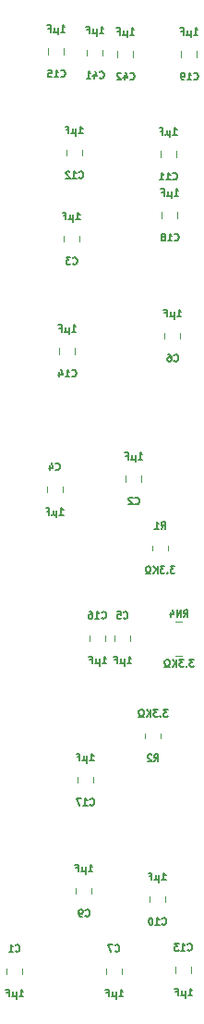
<source format=gbr>
%TF.GenerationSoftware,KiCad,Pcbnew,7.0.5*%
%TF.CreationDate,2024-01-10T18:14:25+02:00*%
%TF.ProjectId,W65C816 Breakout,57363543-3831-4362-9042-7265616b6f75,rev?*%
%TF.SameCoordinates,Original*%
%TF.FileFunction,Legend,Bot*%
%TF.FilePolarity,Positive*%
%FSLAX46Y46*%
G04 Gerber Fmt 4.6, Leading zero omitted, Abs format (unit mm)*
G04 Created by KiCad (PCBNEW 7.0.5) date 2024-01-10 18:14:25*
%MOMM*%
%LPD*%
G01*
G04 APERTURE LIST*
%ADD10C,0.150000*%
%ADD11C,0.120000*%
%ADD12C,0.100000*%
G04 APERTURE END LIST*
D10*
%TO.C,C19*%
X107623214Y-71261486D02*
X107653452Y-71291725D01*
X107653452Y-71291725D02*
X107744166Y-71321963D01*
X107744166Y-71321963D02*
X107804642Y-71321963D01*
X107804642Y-71321963D02*
X107895357Y-71291725D01*
X107895357Y-71291725D02*
X107955833Y-71231248D01*
X107955833Y-71231248D02*
X107986071Y-71170772D01*
X107986071Y-71170772D02*
X108016309Y-71049820D01*
X108016309Y-71049820D02*
X108016309Y-70959105D01*
X108016309Y-70959105D02*
X107986071Y-70838153D01*
X107986071Y-70838153D02*
X107955833Y-70777677D01*
X107955833Y-70777677D02*
X107895357Y-70717201D01*
X107895357Y-70717201D02*
X107804642Y-70686963D01*
X107804642Y-70686963D02*
X107744166Y-70686963D01*
X107744166Y-70686963D02*
X107653452Y-70717201D01*
X107653452Y-70717201D02*
X107623214Y-70747439D01*
X107018452Y-71321963D02*
X107381309Y-71321963D01*
X107199881Y-71321963D02*
X107199881Y-70686963D01*
X107199881Y-70686963D02*
X107260357Y-70777677D01*
X107260357Y-70777677D02*
X107320833Y-70838153D01*
X107320833Y-70838153D02*
X107381309Y-70868391D01*
X106716071Y-71321963D02*
X106595119Y-71321963D01*
X106595119Y-71321963D02*
X106534642Y-71291725D01*
X106534642Y-71291725D02*
X106504404Y-71261486D01*
X106504404Y-71261486D02*
X106443928Y-71170772D01*
X106443928Y-71170772D02*
X106413690Y-71049820D01*
X106413690Y-71049820D02*
X106413690Y-70807915D01*
X106413690Y-70807915D02*
X106443928Y-70747439D01*
X106443928Y-70747439D02*
X106474166Y-70717201D01*
X106474166Y-70717201D02*
X106534642Y-70686963D01*
X106534642Y-70686963D02*
X106655595Y-70686963D01*
X106655595Y-70686963D02*
X106716071Y-70717201D01*
X106716071Y-70717201D02*
X106746309Y-70747439D01*
X106746309Y-70747439D02*
X106776547Y-70807915D01*
X106776547Y-70807915D02*
X106776547Y-70959105D01*
X106776547Y-70959105D02*
X106746309Y-71019582D01*
X106746309Y-71019582D02*
X106716071Y-71049820D01*
X106716071Y-71049820D02*
X106655595Y-71080058D01*
X106655595Y-71080058D02*
X106534642Y-71080058D01*
X106534642Y-71080058D02*
X106474166Y-71049820D01*
X106474166Y-71049820D02*
X106443928Y-71019582D01*
X106443928Y-71019582D02*
X106413690Y-70959105D01*
X107611333Y-67214963D02*
X107974190Y-67214963D01*
X107792762Y-67214963D02*
X107792762Y-66579963D01*
X107792762Y-66579963D02*
X107853238Y-66670677D01*
X107853238Y-66670677D02*
X107913714Y-66731153D01*
X107913714Y-66731153D02*
X107974190Y-66761391D01*
X107339190Y-66791629D02*
X107339190Y-67426629D01*
X107036809Y-67124248D02*
X107006571Y-67184725D01*
X107006571Y-67184725D02*
X106946095Y-67214963D01*
X107339190Y-67124248D02*
X107308952Y-67184725D01*
X107308952Y-67184725D02*
X107248476Y-67214963D01*
X107248476Y-67214963D02*
X107127523Y-67214963D01*
X107127523Y-67214963D02*
X107067047Y-67184725D01*
X107067047Y-67184725D02*
X107036809Y-67124248D01*
X107036809Y-67124248D02*
X107036809Y-66791629D01*
X106462285Y-66882344D02*
X106673952Y-66882344D01*
X106673952Y-67214963D02*
X106673952Y-66579963D01*
X106673952Y-66579963D02*
X106371571Y-66579963D01*
%TO.C,C18*%
X105845214Y-85993486D02*
X105875452Y-86023725D01*
X105875452Y-86023725D02*
X105966166Y-86053963D01*
X105966166Y-86053963D02*
X106026642Y-86053963D01*
X106026642Y-86053963D02*
X106117357Y-86023725D01*
X106117357Y-86023725D02*
X106177833Y-85963248D01*
X106177833Y-85963248D02*
X106208071Y-85902772D01*
X106208071Y-85902772D02*
X106238309Y-85781820D01*
X106238309Y-85781820D02*
X106238309Y-85691105D01*
X106238309Y-85691105D02*
X106208071Y-85570153D01*
X106208071Y-85570153D02*
X106177833Y-85509677D01*
X106177833Y-85509677D02*
X106117357Y-85449201D01*
X106117357Y-85449201D02*
X106026642Y-85418963D01*
X106026642Y-85418963D02*
X105966166Y-85418963D01*
X105966166Y-85418963D02*
X105875452Y-85449201D01*
X105875452Y-85449201D02*
X105845214Y-85479439D01*
X105240452Y-86053963D02*
X105603309Y-86053963D01*
X105421881Y-86053963D02*
X105421881Y-85418963D01*
X105421881Y-85418963D02*
X105482357Y-85509677D01*
X105482357Y-85509677D02*
X105542833Y-85570153D01*
X105542833Y-85570153D02*
X105603309Y-85600391D01*
X104877595Y-85691105D02*
X104938071Y-85660867D01*
X104938071Y-85660867D02*
X104968309Y-85630629D01*
X104968309Y-85630629D02*
X104998547Y-85570153D01*
X104998547Y-85570153D02*
X104998547Y-85539915D01*
X104998547Y-85539915D02*
X104968309Y-85479439D01*
X104968309Y-85479439D02*
X104938071Y-85449201D01*
X104938071Y-85449201D02*
X104877595Y-85418963D01*
X104877595Y-85418963D02*
X104756642Y-85418963D01*
X104756642Y-85418963D02*
X104696166Y-85449201D01*
X104696166Y-85449201D02*
X104665928Y-85479439D01*
X104665928Y-85479439D02*
X104635690Y-85539915D01*
X104635690Y-85539915D02*
X104635690Y-85570153D01*
X104635690Y-85570153D02*
X104665928Y-85630629D01*
X104665928Y-85630629D02*
X104696166Y-85660867D01*
X104696166Y-85660867D02*
X104756642Y-85691105D01*
X104756642Y-85691105D02*
X104877595Y-85691105D01*
X104877595Y-85691105D02*
X104938071Y-85721344D01*
X104938071Y-85721344D02*
X104968309Y-85751582D01*
X104968309Y-85751582D02*
X104998547Y-85812058D01*
X104998547Y-85812058D02*
X104998547Y-85933010D01*
X104998547Y-85933010D02*
X104968309Y-85993486D01*
X104968309Y-85993486D02*
X104938071Y-86023725D01*
X104938071Y-86023725D02*
X104877595Y-86053963D01*
X104877595Y-86053963D02*
X104756642Y-86053963D01*
X104756642Y-86053963D02*
X104696166Y-86023725D01*
X104696166Y-86023725D02*
X104665928Y-85993486D01*
X104665928Y-85993486D02*
X104635690Y-85933010D01*
X104635690Y-85933010D02*
X104635690Y-85812058D01*
X104635690Y-85812058D02*
X104665928Y-85751582D01*
X104665928Y-85751582D02*
X104696166Y-85721344D01*
X104696166Y-85721344D02*
X104756642Y-85691105D01*
X105833333Y-81946963D02*
X106196190Y-81946963D01*
X106014762Y-81946963D02*
X106014762Y-81311963D01*
X106014762Y-81311963D02*
X106075238Y-81402677D01*
X106075238Y-81402677D02*
X106135714Y-81463153D01*
X106135714Y-81463153D02*
X106196190Y-81493391D01*
X105561190Y-81523629D02*
X105561190Y-82158629D01*
X105258809Y-81856248D02*
X105228571Y-81916725D01*
X105228571Y-81916725D02*
X105168095Y-81946963D01*
X105561190Y-81856248D02*
X105530952Y-81916725D01*
X105530952Y-81916725D02*
X105470476Y-81946963D01*
X105470476Y-81946963D02*
X105349523Y-81946963D01*
X105349523Y-81946963D02*
X105289047Y-81916725D01*
X105289047Y-81916725D02*
X105258809Y-81856248D01*
X105258809Y-81856248D02*
X105258809Y-81523629D01*
X104684285Y-81614344D02*
X104895952Y-81614344D01*
X104895952Y-81946963D02*
X104895952Y-81311963D01*
X104895952Y-81311963D02*
X104593571Y-81311963D01*
%TO.C,C4*%
X94947833Y-106989486D02*
X94978071Y-107019725D01*
X94978071Y-107019725D02*
X95068785Y-107049963D01*
X95068785Y-107049963D02*
X95129261Y-107049963D01*
X95129261Y-107049963D02*
X95219976Y-107019725D01*
X95219976Y-107019725D02*
X95280452Y-106959248D01*
X95280452Y-106959248D02*
X95310690Y-106898772D01*
X95310690Y-106898772D02*
X95340928Y-106777820D01*
X95340928Y-106777820D02*
X95340928Y-106687105D01*
X95340928Y-106687105D02*
X95310690Y-106566153D01*
X95310690Y-106566153D02*
X95280452Y-106505677D01*
X95280452Y-106505677D02*
X95219976Y-106445201D01*
X95219976Y-106445201D02*
X95129261Y-106414963D01*
X95129261Y-106414963D02*
X95068785Y-106414963D01*
X95068785Y-106414963D02*
X94978071Y-106445201D01*
X94978071Y-106445201D02*
X94947833Y-106475439D01*
X94403547Y-106626629D02*
X94403547Y-107049963D01*
X94554738Y-106384725D02*
X94705928Y-106838296D01*
X94705928Y-106838296D02*
X94312833Y-106838296D01*
X95292333Y-111156963D02*
X95655190Y-111156963D01*
X95473762Y-111156963D02*
X95473762Y-110521963D01*
X95473762Y-110521963D02*
X95534238Y-110612677D01*
X95534238Y-110612677D02*
X95594714Y-110673153D01*
X95594714Y-110673153D02*
X95655190Y-110703391D01*
X95020190Y-110733629D02*
X95020190Y-111368629D01*
X94717809Y-111066248D02*
X94687571Y-111126725D01*
X94687571Y-111126725D02*
X94627095Y-111156963D01*
X95020190Y-111066248D02*
X94989952Y-111126725D01*
X94989952Y-111126725D02*
X94929476Y-111156963D01*
X94929476Y-111156963D02*
X94808523Y-111156963D01*
X94808523Y-111156963D02*
X94748047Y-111126725D01*
X94748047Y-111126725D02*
X94717809Y-111066248D01*
X94717809Y-111066248D02*
X94717809Y-110733629D01*
X94143285Y-110824344D02*
X94354952Y-110824344D01*
X94354952Y-111156963D02*
X94354952Y-110521963D01*
X94354952Y-110521963D02*
X94052571Y-110521963D01*
%TO.C,C6*%
X105796833Y-97042486D02*
X105827071Y-97072725D01*
X105827071Y-97072725D02*
X105917785Y-97102963D01*
X105917785Y-97102963D02*
X105978261Y-97102963D01*
X105978261Y-97102963D02*
X106068976Y-97072725D01*
X106068976Y-97072725D02*
X106129452Y-97012248D01*
X106129452Y-97012248D02*
X106159690Y-96951772D01*
X106159690Y-96951772D02*
X106189928Y-96830820D01*
X106189928Y-96830820D02*
X106189928Y-96740105D01*
X106189928Y-96740105D02*
X106159690Y-96619153D01*
X106159690Y-96619153D02*
X106129452Y-96558677D01*
X106129452Y-96558677D02*
X106068976Y-96498201D01*
X106068976Y-96498201D02*
X105978261Y-96467963D01*
X105978261Y-96467963D02*
X105917785Y-96467963D01*
X105917785Y-96467963D02*
X105827071Y-96498201D01*
X105827071Y-96498201D02*
X105796833Y-96528439D01*
X105252547Y-96467963D02*
X105373500Y-96467963D01*
X105373500Y-96467963D02*
X105433976Y-96498201D01*
X105433976Y-96498201D02*
X105464214Y-96528439D01*
X105464214Y-96528439D02*
X105524690Y-96619153D01*
X105524690Y-96619153D02*
X105554928Y-96740105D01*
X105554928Y-96740105D02*
X105554928Y-96982010D01*
X105554928Y-96982010D02*
X105524690Y-97042486D01*
X105524690Y-97042486D02*
X105494452Y-97072725D01*
X105494452Y-97072725D02*
X105433976Y-97102963D01*
X105433976Y-97102963D02*
X105313023Y-97102963D01*
X105313023Y-97102963D02*
X105252547Y-97072725D01*
X105252547Y-97072725D02*
X105222309Y-97042486D01*
X105222309Y-97042486D02*
X105192071Y-96982010D01*
X105192071Y-96982010D02*
X105192071Y-96830820D01*
X105192071Y-96830820D02*
X105222309Y-96770344D01*
X105222309Y-96770344D02*
X105252547Y-96740105D01*
X105252547Y-96740105D02*
X105313023Y-96709867D01*
X105313023Y-96709867D02*
X105433976Y-96709867D01*
X105433976Y-96709867D02*
X105494452Y-96740105D01*
X105494452Y-96740105D02*
X105524690Y-96770344D01*
X105524690Y-96770344D02*
X105554928Y-96830820D01*
X106087333Y-92995963D02*
X106450190Y-92995963D01*
X106268762Y-92995963D02*
X106268762Y-92360963D01*
X106268762Y-92360963D02*
X106329238Y-92451677D01*
X106329238Y-92451677D02*
X106389714Y-92512153D01*
X106389714Y-92512153D02*
X106450190Y-92542391D01*
X105815190Y-92572629D02*
X105815190Y-93207629D01*
X105512809Y-92905248D02*
X105482571Y-92965725D01*
X105482571Y-92965725D02*
X105422095Y-92995963D01*
X105815190Y-92905248D02*
X105784952Y-92965725D01*
X105784952Y-92965725D02*
X105724476Y-92995963D01*
X105724476Y-92995963D02*
X105603523Y-92995963D01*
X105603523Y-92995963D02*
X105543047Y-92965725D01*
X105543047Y-92965725D02*
X105512809Y-92905248D01*
X105512809Y-92905248D02*
X105512809Y-92572629D01*
X104938285Y-92663344D02*
X105149952Y-92663344D01*
X105149952Y-92995963D02*
X105149952Y-92360963D01*
X105149952Y-92360963D02*
X104847571Y-92360963D01*
%TO.C,C41*%
X98987214Y-71134486D02*
X99017452Y-71164725D01*
X99017452Y-71164725D02*
X99108166Y-71194963D01*
X99108166Y-71194963D02*
X99168642Y-71194963D01*
X99168642Y-71194963D02*
X99259357Y-71164725D01*
X99259357Y-71164725D02*
X99319833Y-71104248D01*
X99319833Y-71104248D02*
X99350071Y-71043772D01*
X99350071Y-71043772D02*
X99380309Y-70922820D01*
X99380309Y-70922820D02*
X99380309Y-70832105D01*
X99380309Y-70832105D02*
X99350071Y-70711153D01*
X99350071Y-70711153D02*
X99319833Y-70650677D01*
X99319833Y-70650677D02*
X99259357Y-70590201D01*
X99259357Y-70590201D02*
X99168642Y-70559963D01*
X99168642Y-70559963D02*
X99108166Y-70559963D01*
X99108166Y-70559963D02*
X99017452Y-70590201D01*
X99017452Y-70590201D02*
X98987214Y-70620439D01*
X98442928Y-70771629D02*
X98442928Y-71194963D01*
X98594119Y-70529725D02*
X98745309Y-70983296D01*
X98745309Y-70983296D02*
X98352214Y-70983296D01*
X97777690Y-71194963D02*
X98140547Y-71194963D01*
X97959119Y-71194963D02*
X97959119Y-70559963D01*
X97959119Y-70559963D02*
X98019595Y-70650677D01*
X98019595Y-70650677D02*
X98080071Y-70711153D01*
X98080071Y-70711153D02*
X98140547Y-70741391D01*
X98975333Y-67087963D02*
X99338190Y-67087963D01*
X99156762Y-67087963D02*
X99156762Y-66452963D01*
X99156762Y-66452963D02*
X99217238Y-66543677D01*
X99217238Y-66543677D02*
X99277714Y-66604153D01*
X99277714Y-66604153D02*
X99338190Y-66634391D01*
X98703190Y-66664629D02*
X98703190Y-67299629D01*
X98400809Y-66997248D02*
X98370571Y-67057725D01*
X98370571Y-67057725D02*
X98310095Y-67087963D01*
X98703190Y-66997248D02*
X98672952Y-67057725D01*
X98672952Y-67057725D02*
X98612476Y-67087963D01*
X98612476Y-67087963D02*
X98491523Y-67087963D01*
X98491523Y-67087963D02*
X98431047Y-67057725D01*
X98431047Y-67057725D02*
X98400809Y-66997248D01*
X98400809Y-66997248D02*
X98400809Y-66664629D01*
X97826285Y-66755344D02*
X98037952Y-66755344D01*
X98037952Y-67087963D02*
X98037952Y-66452963D01*
X98037952Y-66452963D02*
X97735571Y-66452963D01*
%TO.C,C2*%
X102240833Y-110123486D02*
X102271071Y-110153725D01*
X102271071Y-110153725D02*
X102361785Y-110183963D01*
X102361785Y-110183963D02*
X102422261Y-110183963D01*
X102422261Y-110183963D02*
X102512976Y-110153725D01*
X102512976Y-110153725D02*
X102573452Y-110093248D01*
X102573452Y-110093248D02*
X102603690Y-110032772D01*
X102603690Y-110032772D02*
X102633928Y-109911820D01*
X102633928Y-109911820D02*
X102633928Y-109821105D01*
X102633928Y-109821105D02*
X102603690Y-109700153D01*
X102603690Y-109700153D02*
X102573452Y-109639677D01*
X102573452Y-109639677D02*
X102512976Y-109579201D01*
X102512976Y-109579201D02*
X102422261Y-109548963D01*
X102422261Y-109548963D02*
X102361785Y-109548963D01*
X102361785Y-109548963D02*
X102271071Y-109579201D01*
X102271071Y-109579201D02*
X102240833Y-109609439D01*
X101998928Y-109609439D02*
X101968690Y-109579201D01*
X101968690Y-109579201D02*
X101908214Y-109548963D01*
X101908214Y-109548963D02*
X101757023Y-109548963D01*
X101757023Y-109548963D02*
X101696547Y-109579201D01*
X101696547Y-109579201D02*
X101666309Y-109609439D01*
X101666309Y-109609439D02*
X101636071Y-109669915D01*
X101636071Y-109669915D02*
X101636071Y-109730391D01*
X101636071Y-109730391D02*
X101666309Y-109821105D01*
X101666309Y-109821105D02*
X102029166Y-110183963D01*
X102029166Y-110183963D02*
X101636071Y-110183963D01*
X102531333Y-106076963D02*
X102894190Y-106076963D01*
X102712762Y-106076963D02*
X102712762Y-105441963D01*
X102712762Y-105441963D02*
X102773238Y-105532677D01*
X102773238Y-105532677D02*
X102833714Y-105593153D01*
X102833714Y-105593153D02*
X102894190Y-105623391D01*
X102259190Y-105653629D02*
X102259190Y-106288629D01*
X101956809Y-105986248D02*
X101926571Y-106046725D01*
X101926571Y-106046725D02*
X101866095Y-106076963D01*
X102259190Y-105986248D02*
X102228952Y-106046725D01*
X102228952Y-106046725D02*
X102168476Y-106076963D01*
X102168476Y-106076963D02*
X102047523Y-106076963D01*
X102047523Y-106076963D02*
X101987047Y-106046725D01*
X101987047Y-106046725D02*
X101956809Y-105986248D01*
X101956809Y-105986248D02*
X101956809Y-105653629D01*
X101382285Y-105744344D02*
X101593952Y-105744344D01*
X101593952Y-106076963D02*
X101593952Y-105441963D01*
X101593952Y-105441963D02*
X101291571Y-105441963D01*
%TO.C,C3*%
X96525833Y-88152486D02*
X96556071Y-88182725D01*
X96556071Y-88182725D02*
X96646785Y-88212963D01*
X96646785Y-88212963D02*
X96707261Y-88212963D01*
X96707261Y-88212963D02*
X96797976Y-88182725D01*
X96797976Y-88182725D02*
X96858452Y-88122248D01*
X96858452Y-88122248D02*
X96888690Y-88061772D01*
X96888690Y-88061772D02*
X96918928Y-87940820D01*
X96918928Y-87940820D02*
X96918928Y-87850105D01*
X96918928Y-87850105D02*
X96888690Y-87729153D01*
X96888690Y-87729153D02*
X96858452Y-87668677D01*
X96858452Y-87668677D02*
X96797976Y-87608201D01*
X96797976Y-87608201D02*
X96707261Y-87577963D01*
X96707261Y-87577963D02*
X96646785Y-87577963D01*
X96646785Y-87577963D02*
X96556071Y-87608201D01*
X96556071Y-87608201D02*
X96525833Y-87638439D01*
X96314166Y-87577963D02*
X95921071Y-87577963D01*
X95921071Y-87577963D02*
X96132738Y-87819867D01*
X96132738Y-87819867D02*
X96042023Y-87819867D01*
X96042023Y-87819867D02*
X95981547Y-87850105D01*
X95981547Y-87850105D02*
X95951309Y-87880344D01*
X95951309Y-87880344D02*
X95921071Y-87940820D01*
X95921071Y-87940820D02*
X95921071Y-88092010D01*
X95921071Y-88092010D02*
X95951309Y-88152486D01*
X95951309Y-88152486D02*
X95981547Y-88182725D01*
X95981547Y-88182725D02*
X96042023Y-88212963D01*
X96042023Y-88212963D02*
X96223452Y-88212963D01*
X96223452Y-88212963D02*
X96283928Y-88182725D01*
X96283928Y-88182725D02*
X96314166Y-88152486D01*
X96816333Y-84105963D02*
X97179190Y-84105963D01*
X96997762Y-84105963D02*
X96997762Y-83470963D01*
X96997762Y-83470963D02*
X97058238Y-83561677D01*
X97058238Y-83561677D02*
X97118714Y-83622153D01*
X97118714Y-83622153D02*
X97179190Y-83652391D01*
X96544190Y-83682629D02*
X96544190Y-84317629D01*
X96241809Y-84015248D02*
X96211571Y-84075725D01*
X96211571Y-84075725D02*
X96151095Y-84105963D01*
X96544190Y-84015248D02*
X96513952Y-84075725D01*
X96513952Y-84075725D02*
X96453476Y-84105963D01*
X96453476Y-84105963D02*
X96332523Y-84105963D01*
X96332523Y-84105963D02*
X96272047Y-84075725D01*
X96272047Y-84075725D02*
X96241809Y-84015248D01*
X96241809Y-84015248D02*
X96241809Y-83682629D01*
X95667285Y-83773344D02*
X95878952Y-83773344D01*
X95878952Y-84105963D02*
X95878952Y-83470963D01*
X95878952Y-83470963D02*
X95576571Y-83470963D01*
%TO.C,C13*%
X107061214Y-150956886D02*
X107091452Y-150987125D01*
X107091452Y-150987125D02*
X107182166Y-151017363D01*
X107182166Y-151017363D02*
X107242642Y-151017363D01*
X107242642Y-151017363D02*
X107333357Y-150987125D01*
X107333357Y-150987125D02*
X107393833Y-150926648D01*
X107393833Y-150926648D02*
X107424071Y-150866172D01*
X107424071Y-150866172D02*
X107454309Y-150745220D01*
X107454309Y-150745220D02*
X107454309Y-150654505D01*
X107454309Y-150654505D02*
X107424071Y-150533553D01*
X107424071Y-150533553D02*
X107393833Y-150473077D01*
X107393833Y-150473077D02*
X107333357Y-150412601D01*
X107333357Y-150412601D02*
X107242642Y-150382363D01*
X107242642Y-150382363D02*
X107182166Y-150382363D01*
X107182166Y-150382363D02*
X107091452Y-150412601D01*
X107091452Y-150412601D02*
X107061214Y-150442839D01*
X106456452Y-151017363D02*
X106819309Y-151017363D01*
X106637881Y-151017363D02*
X106637881Y-150382363D01*
X106637881Y-150382363D02*
X106698357Y-150473077D01*
X106698357Y-150473077D02*
X106758833Y-150533553D01*
X106758833Y-150533553D02*
X106819309Y-150563791D01*
X106244785Y-150382363D02*
X105851690Y-150382363D01*
X105851690Y-150382363D02*
X106063357Y-150624267D01*
X106063357Y-150624267D02*
X105972642Y-150624267D01*
X105972642Y-150624267D02*
X105912166Y-150654505D01*
X105912166Y-150654505D02*
X105881928Y-150684744D01*
X105881928Y-150684744D02*
X105851690Y-150745220D01*
X105851690Y-150745220D02*
X105851690Y-150896410D01*
X105851690Y-150896410D02*
X105881928Y-150956886D01*
X105881928Y-150956886D02*
X105912166Y-150987125D01*
X105912166Y-150987125D02*
X105972642Y-151017363D01*
X105972642Y-151017363D02*
X106154071Y-151017363D01*
X106154071Y-151017363D02*
X106214547Y-150987125D01*
X106214547Y-150987125D02*
X106244785Y-150956886D01*
X107103333Y-155124363D02*
X107466190Y-155124363D01*
X107284762Y-155124363D02*
X107284762Y-154489363D01*
X107284762Y-154489363D02*
X107345238Y-154580077D01*
X107345238Y-154580077D02*
X107405714Y-154640553D01*
X107405714Y-154640553D02*
X107466190Y-154670791D01*
X106831190Y-154701029D02*
X106831190Y-155336029D01*
X106528809Y-155033648D02*
X106498571Y-155094125D01*
X106498571Y-155094125D02*
X106438095Y-155124363D01*
X106831190Y-155033648D02*
X106800952Y-155094125D01*
X106800952Y-155094125D02*
X106740476Y-155124363D01*
X106740476Y-155124363D02*
X106619523Y-155124363D01*
X106619523Y-155124363D02*
X106559047Y-155094125D01*
X106559047Y-155094125D02*
X106528809Y-155033648D01*
X106528809Y-155033648D02*
X106528809Y-154701029D01*
X105954285Y-154791744D02*
X106165952Y-154791744D01*
X106165952Y-155124363D02*
X106165952Y-154489363D01*
X106165952Y-154489363D02*
X105863571Y-154489363D01*
%TO.C,C10*%
X104702214Y-148604486D02*
X104732452Y-148634725D01*
X104732452Y-148634725D02*
X104823166Y-148664963D01*
X104823166Y-148664963D02*
X104883642Y-148664963D01*
X104883642Y-148664963D02*
X104974357Y-148634725D01*
X104974357Y-148634725D02*
X105034833Y-148574248D01*
X105034833Y-148574248D02*
X105065071Y-148513772D01*
X105065071Y-148513772D02*
X105095309Y-148392820D01*
X105095309Y-148392820D02*
X105095309Y-148302105D01*
X105095309Y-148302105D02*
X105065071Y-148181153D01*
X105065071Y-148181153D02*
X105034833Y-148120677D01*
X105034833Y-148120677D02*
X104974357Y-148060201D01*
X104974357Y-148060201D02*
X104883642Y-148029963D01*
X104883642Y-148029963D02*
X104823166Y-148029963D01*
X104823166Y-148029963D02*
X104732452Y-148060201D01*
X104732452Y-148060201D02*
X104702214Y-148090439D01*
X104097452Y-148664963D02*
X104460309Y-148664963D01*
X104278881Y-148664963D02*
X104278881Y-148029963D01*
X104278881Y-148029963D02*
X104339357Y-148120677D01*
X104339357Y-148120677D02*
X104399833Y-148181153D01*
X104399833Y-148181153D02*
X104460309Y-148211391D01*
X103704357Y-148029963D02*
X103643880Y-148029963D01*
X103643880Y-148029963D02*
X103583404Y-148060201D01*
X103583404Y-148060201D02*
X103553166Y-148090439D01*
X103553166Y-148090439D02*
X103522928Y-148150915D01*
X103522928Y-148150915D02*
X103492690Y-148271867D01*
X103492690Y-148271867D02*
X103492690Y-148423058D01*
X103492690Y-148423058D02*
X103522928Y-148544010D01*
X103522928Y-148544010D02*
X103553166Y-148604486D01*
X103553166Y-148604486D02*
X103583404Y-148634725D01*
X103583404Y-148634725D02*
X103643880Y-148664963D01*
X103643880Y-148664963D02*
X103704357Y-148664963D01*
X103704357Y-148664963D02*
X103764833Y-148634725D01*
X103764833Y-148634725D02*
X103795071Y-148604486D01*
X103795071Y-148604486D02*
X103825309Y-148544010D01*
X103825309Y-148544010D02*
X103855547Y-148423058D01*
X103855547Y-148423058D02*
X103855547Y-148271867D01*
X103855547Y-148271867D02*
X103825309Y-148150915D01*
X103825309Y-148150915D02*
X103795071Y-148090439D01*
X103795071Y-148090439D02*
X103764833Y-148060201D01*
X103764833Y-148060201D02*
X103704357Y-148029963D01*
X104690333Y-144557963D02*
X105053190Y-144557963D01*
X104871762Y-144557963D02*
X104871762Y-143922963D01*
X104871762Y-143922963D02*
X104932238Y-144013677D01*
X104932238Y-144013677D02*
X104992714Y-144074153D01*
X104992714Y-144074153D02*
X105053190Y-144104391D01*
X104418190Y-144134629D02*
X104418190Y-144769629D01*
X104115809Y-144467248D02*
X104085571Y-144527725D01*
X104085571Y-144527725D02*
X104025095Y-144557963D01*
X104418190Y-144467248D02*
X104387952Y-144527725D01*
X104387952Y-144527725D02*
X104327476Y-144557963D01*
X104327476Y-144557963D02*
X104206523Y-144557963D01*
X104206523Y-144557963D02*
X104146047Y-144527725D01*
X104146047Y-144527725D02*
X104115809Y-144467248D01*
X104115809Y-144467248D02*
X104115809Y-144134629D01*
X103541285Y-144225344D02*
X103752952Y-144225344D01*
X103752952Y-144557963D02*
X103752952Y-143922963D01*
X103752952Y-143922963D02*
X103450571Y-143922963D01*
%TO.C,C11*%
X105718214Y-80405486D02*
X105748452Y-80435725D01*
X105748452Y-80435725D02*
X105839166Y-80465963D01*
X105839166Y-80465963D02*
X105899642Y-80465963D01*
X105899642Y-80465963D02*
X105990357Y-80435725D01*
X105990357Y-80435725D02*
X106050833Y-80375248D01*
X106050833Y-80375248D02*
X106081071Y-80314772D01*
X106081071Y-80314772D02*
X106111309Y-80193820D01*
X106111309Y-80193820D02*
X106111309Y-80103105D01*
X106111309Y-80103105D02*
X106081071Y-79982153D01*
X106081071Y-79982153D02*
X106050833Y-79921677D01*
X106050833Y-79921677D02*
X105990357Y-79861201D01*
X105990357Y-79861201D02*
X105899642Y-79830963D01*
X105899642Y-79830963D02*
X105839166Y-79830963D01*
X105839166Y-79830963D02*
X105748452Y-79861201D01*
X105748452Y-79861201D02*
X105718214Y-79891439D01*
X105113452Y-80465963D02*
X105476309Y-80465963D01*
X105294881Y-80465963D02*
X105294881Y-79830963D01*
X105294881Y-79830963D02*
X105355357Y-79921677D01*
X105355357Y-79921677D02*
X105415833Y-79982153D01*
X105415833Y-79982153D02*
X105476309Y-80012391D01*
X104508690Y-80465963D02*
X104871547Y-80465963D01*
X104690119Y-80465963D02*
X104690119Y-79830963D01*
X104690119Y-79830963D02*
X104750595Y-79921677D01*
X104750595Y-79921677D02*
X104811071Y-79982153D01*
X104811071Y-79982153D02*
X104871547Y-80012391D01*
X105706333Y-76358963D02*
X106069190Y-76358963D01*
X105887762Y-76358963D02*
X105887762Y-75723963D01*
X105887762Y-75723963D02*
X105948238Y-75814677D01*
X105948238Y-75814677D02*
X106008714Y-75875153D01*
X106008714Y-75875153D02*
X106069190Y-75905391D01*
X105434190Y-75935629D02*
X105434190Y-76570629D01*
X105131809Y-76268248D02*
X105101571Y-76328725D01*
X105101571Y-76328725D02*
X105041095Y-76358963D01*
X105434190Y-76268248D02*
X105403952Y-76328725D01*
X105403952Y-76328725D02*
X105343476Y-76358963D01*
X105343476Y-76358963D02*
X105222523Y-76358963D01*
X105222523Y-76358963D02*
X105162047Y-76328725D01*
X105162047Y-76328725D02*
X105131809Y-76268248D01*
X105131809Y-76268248D02*
X105131809Y-75935629D01*
X104557285Y-76026344D02*
X104768952Y-76026344D01*
X104768952Y-76358963D02*
X104768952Y-75723963D01*
X104768952Y-75723963D02*
X104466571Y-75723963D01*
%TO.C,C17*%
X98098214Y-137682486D02*
X98128452Y-137712725D01*
X98128452Y-137712725D02*
X98219166Y-137742963D01*
X98219166Y-137742963D02*
X98279642Y-137742963D01*
X98279642Y-137742963D02*
X98370357Y-137712725D01*
X98370357Y-137712725D02*
X98430833Y-137652248D01*
X98430833Y-137652248D02*
X98461071Y-137591772D01*
X98461071Y-137591772D02*
X98491309Y-137470820D01*
X98491309Y-137470820D02*
X98491309Y-137380105D01*
X98491309Y-137380105D02*
X98461071Y-137259153D01*
X98461071Y-137259153D02*
X98430833Y-137198677D01*
X98430833Y-137198677D02*
X98370357Y-137138201D01*
X98370357Y-137138201D02*
X98279642Y-137107963D01*
X98279642Y-137107963D02*
X98219166Y-137107963D01*
X98219166Y-137107963D02*
X98128452Y-137138201D01*
X98128452Y-137138201D02*
X98098214Y-137168439D01*
X97493452Y-137742963D02*
X97856309Y-137742963D01*
X97674881Y-137742963D02*
X97674881Y-137107963D01*
X97674881Y-137107963D02*
X97735357Y-137198677D01*
X97735357Y-137198677D02*
X97795833Y-137259153D01*
X97795833Y-137259153D02*
X97856309Y-137289391D01*
X97281785Y-137107963D02*
X96858452Y-137107963D01*
X96858452Y-137107963D02*
X97130595Y-137742963D01*
X98086333Y-133635963D02*
X98449190Y-133635963D01*
X98267762Y-133635963D02*
X98267762Y-133000963D01*
X98267762Y-133000963D02*
X98328238Y-133091677D01*
X98328238Y-133091677D02*
X98388714Y-133152153D01*
X98388714Y-133152153D02*
X98449190Y-133182391D01*
X97814190Y-133212629D02*
X97814190Y-133847629D01*
X97511809Y-133545248D02*
X97481571Y-133605725D01*
X97481571Y-133605725D02*
X97421095Y-133635963D01*
X97814190Y-133545248D02*
X97783952Y-133605725D01*
X97783952Y-133605725D02*
X97723476Y-133635963D01*
X97723476Y-133635963D02*
X97602523Y-133635963D01*
X97602523Y-133635963D02*
X97542047Y-133605725D01*
X97542047Y-133605725D02*
X97511809Y-133545248D01*
X97511809Y-133545248D02*
X97511809Y-133212629D01*
X96937285Y-133303344D02*
X97148952Y-133303344D01*
X97148952Y-133635963D02*
X97148952Y-133000963D01*
X97148952Y-133000963D02*
X96846571Y-133000963D01*
%TO.C,C16*%
X99187214Y-120578486D02*
X99217452Y-120608725D01*
X99217452Y-120608725D02*
X99308166Y-120638963D01*
X99308166Y-120638963D02*
X99368642Y-120638963D01*
X99368642Y-120638963D02*
X99459357Y-120608725D01*
X99459357Y-120608725D02*
X99519833Y-120548248D01*
X99519833Y-120548248D02*
X99550071Y-120487772D01*
X99550071Y-120487772D02*
X99580309Y-120366820D01*
X99580309Y-120366820D02*
X99580309Y-120276105D01*
X99580309Y-120276105D02*
X99550071Y-120155153D01*
X99550071Y-120155153D02*
X99519833Y-120094677D01*
X99519833Y-120094677D02*
X99459357Y-120034201D01*
X99459357Y-120034201D02*
X99368642Y-120003963D01*
X99368642Y-120003963D02*
X99308166Y-120003963D01*
X99308166Y-120003963D02*
X99217452Y-120034201D01*
X99217452Y-120034201D02*
X99187214Y-120064439D01*
X98582452Y-120638963D02*
X98945309Y-120638963D01*
X98763881Y-120638963D02*
X98763881Y-120003963D01*
X98763881Y-120003963D02*
X98824357Y-120094677D01*
X98824357Y-120094677D02*
X98884833Y-120155153D01*
X98884833Y-120155153D02*
X98945309Y-120185391D01*
X98038166Y-120003963D02*
X98159119Y-120003963D01*
X98159119Y-120003963D02*
X98219595Y-120034201D01*
X98219595Y-120034201D02*
X98249833Y-120064439D01*
X98249833Y-120064439D02*
X98310309Y-120155153D01*
X98310309Y-120155153D02*
X98340547Y-120276105D01*
X98340547Y-120276105D02*
X98340547Y-120518010D01*
X98340547Y-120518010D02*
X98310309Y-120578486D01*
X98310309Y-120578486D02*
X98280071Y-120608725D01*
X98280071Y-120608725D02*
X98219595Y-120638963D01*
X98219595Y-120638963D02*
X98098642Y-120638963D01*
X98098642Y-120638963D02*
X98038166Y-120608725D01*
X98038166Y-120608725D02*
X98007928Y-120578486D01*
X98007928Y-120578486D02*
X97977690Y-120518010D01*
X97977690Y-120518010D02*
X97977690Y-120366820D01*
X97977690Y-120366820D02*
X98007928Y-120306344D01*
X98007928Y-120306344D02*
X98038166Y-120276105D01*
X98038166Y-120276105D02*
X98098642Y-120245867D01*
X98098642Y-120245867D02*
X98219595Y-120245867D01*
X98219595Y-120245867D02*
X98280071Y-120276105D01*
X98280071Y-120276105D02*
X98310309Y-120306344D01*
X98310309Y-120306344D02*
X98340547Y-120366820D01*
X99229333Y-124745963D02*
X99592190Y-124745963D01*
X99410762Y-124745963D02*
X99410762Y-124110963D01*
X99410762Y-124110963D02*
X99471238Y-124201677D01*
X99471238Y-124201677D02*
X99531714Y-124262153D01*
X99531714Y-124262153D02*
X99592190Y-124292391D01*
X98957190Y-124322629D02*
X98957190Y-124957629D01*
X98654809Y-124655248D02*
X98624571Y-124715725D01*
X98624571Y-124715725D02*
X98564095Y-124745963D01*
X98957190Y-124655248D02*
X98926952Y-124715725D01*
X98926952Y-124715725D02*
X98866476Y-124745963D01*
X98866476Y-124745963D02*
X98745523Y-124745963D01*
X98745523Y-124745963D02*
X98685047Y-124715725D01*
X98685047Y-124715725D02*
X98654809Y-124655248D01*
X98654809Y-124655248D02*
X98654809Y-124322629D01*
X98080285Y-124413344D02*
X98291952Y-124413344D01*
X98291952Y-124745963D02*
X98291952Y-124110963D01*
X98291952Y-124110963D02*
X97989571Y-124110963D01*
%TO.C,C9*%
X97668833Y-147842486D02*
X97699071Y-147872725D01*
X97699071Y-147872725D02*
X97789785Y-147902963D01*
X97789785Y-147902963D02*
X97850261Y-147902963D01*
X97850261Y-147902963D02*
X97940976Y-147872725D01*
X97940976Y-147872725D02*
X98001452Y-147812248D01*
X98001452Y-147812248D02*
X98031690Y-147751772D01*
X98031690Y-147751772D02*
X98061928Y-147630820D01*
X98061928Y-147630820D02*
X98061928Y-147540105D01*
X98061928Y-147540105D02*
X98031690Y-147419153D01*
X98031690Y-147419153D02*
X98001452Y-147358677D01*
X98001452Y-147358677D02*
X97940976Y-147298201D01*
X97940976Y-147298201D02*
X97850261Y-147267963D01*
X97850261Y-147267963D02*
X97789785Y-147267963D01*
X97789785Y-147267963D02*
X97699071Y-147298201D01*
X97699071Y-147298201D02*
X97668833Y-147328439D01*
X97366452Y-147902963D02*
X97245500Y-147902963D01*
X97245500Y-147902963D02*
X97185023Y-147872725D01*
X97185023Y-147872725D02*
X97154785Y-147842486D01*
X97154785Y-147842486D02*
X97094309Y-147751772D01*
X97094309Y-147751772D02*
X97064071Y-147630820D01*
X97064071Y-147630820D02*
X97064071Y-147388915D01*
X97064071Y-147388915D02*
X97094309Y-147328439D01*
X97094309Y-147328439D02*
X97124547Y-147298201D01*
X97124547Y-147298201D02*
X97185023Y-147267963D01*
X97185023Y-147267963D02*
X97305976Y-147267963D01*
X97305976Y-147267963D02*
X97366452Y-147298201D01*
X97366452Y-147298201D02*
X97396690Y-147328439D01*
X97396690Y-147328439D02*
X97426928Y-147388915D01*
X97426928Y-147388915D02*
X97426928Y-147540105D01*
X97426928Y-147540105D02*
X97396690Y-147600582D01*
X97396690Y-147600582D02*
X97366452Y-147630820D01*
X97366452Y-147630820D02*
X97305976Y-147661058D01*
X97305976Y-147661058D02*
X97185023Y-147661058D01*
X97185023Y-147661058D02*
X97124547Y-147630820D01*
X97124547Y-147630820D02*
X97094309Y-147600582D01*
X97094309Y-147600582D02*
X97064071Y-147540105D01*
X97959333Y-143795963D02*
X98322190Y-143795963D01*
X98140762Y-143795963D02*
X98140762Y-143160963D01*
X98140762Y-143160963D02*
X98201238Y-143251677D01*
X98201238Y-143251677D02*
X98261714Y-143312153D01*
X98261714Y-143312153D02*
X98322190Y-143342391D01*
X97687190Y-143372629D02*
X97687190Y-144007629D01*
X97384809Y-143705248D02*
X97354571Y-143765725D01*
X97354571Y-143765725D02*
X97294095Y-143795963D01*
X97687190Y-143705248D02*
X97656952Y-143765725D01*
X97656952Y-143765725D02*
X97596476Y-143795963D01*
X97596476Y-143795963D02*
X97475523Y-143795963D01*
X97475523Y-143795963D02*
X97415047Y-143765725D01*
X97415047Y-143765725D02*
X97384809Y-143705248D01*
X97384809Y-143705248D02*
X97384809Y-143372629D01*
X96810285Y-143463344D02*
X97021952Y-143463344D01*
X97021952Y-143795963D02*
X97021952Y-143160963D01*
X97021952Y-143160963D02*
X96719571Y-143160963D01*
%TO.C,RN4*%
X106708052Y-120478763D02*
X106919719Y-120176382D01*
X107070909Y-120478763D02*
X107070909Y-119843763D01*
X107070909Y-119843763D02*
X106829004Y-119843763D01*
X106829004Y-119843763D02*
X106768528Y-119874001D01*
X106768528Y-119874001D02*
X106738290Y-119904239D01*
X106738290Y-119904239D02*
X106708052Y-119964715D01*
X106708052Y-119964715D02*
X106708052Y-120055429D01*
X106708052Y-120055429D02*
X106738290Y-120115905D01*
X106738290Y-120115905D02*
X106768528Y-120146144D01*
X106768528Y-120146144D02*
X106829004Y-120176382D01*
X106829004Y-120176382D02*
X107070909Y-120176382D01*
X106435909Y-120478763D02*
X106435909Y-119843763D01*
X106435909Y-119843763D02*
X106073052Y-120478763D01*
X106073052Y-120478763D02*
X106073052Y-119843763D01*
X105498528Y-120055429D02*
X105498528Y-120478763D01*
X105649719Y-119813525D02*
X105800909Y-120267096D01*
X105800909Y-120267096D02*
X105407814Y-120267096D01*
X107615194Y-124415763D02*
X107222099Y-124415763D01*
X107222099Y-124415763D02*
X107433766Y-124657667D01*
X107433766Y-124657667D02*
X107343051Y-124657667D01*
X107343051Y-124657667D02*
X107282575Y-124687905D01*
X107282575Y-124687905D02*
X107252337Y-124718144D01*
X107252337Y-124718144D02*
X107222099Y-124778620D01*
X107222099Y-124778620D02*
X107222099Y-124929810D01*
X107222099Y-124929810D02*
X107252337Y-124990286D01*
X107252337Y-124990286D02*
X107282575Y-125020525D01*
X107282575Y-125020525D02*
X107343051Y-125050763D01*
X107343051Y-125050763D02*
X107524480Y-125050763D01*
X107524480Y-125050763D02*
X107584956Y-125020525D01*
X107584956Y-125020525D02*
X107615194Y-124990286D01*
X106949956Y-124990286D02*
X106919718Y-125020525D01*
X106919718Y-125020525D02*
X106949956Y-125050763D01*
X106949956Y-125050763D02*
X106980194Y-125020525D01*
X106980194Y-125020525D02*
X106949956Y-124990286D01*
X106949956Y-124990286D02*
X106949956Y-125050763D01*
X106708051Y-124415763D02*
X106314956Y-124415763D01*
X106314956Y-124415763D02*
X106526623Y-124657667D01*
X106526623Y-124657667D02*
X106435908Y-124657667D01*
X106435908Y-124657667D02*
X106375432Y-124687905D01*
X106375432Y-124687905D02*
X106345194Y-124718144D01*
X106345194Y-124718144D02*
X106314956Y-124778620D01*
X106314956Y-124778620D02*
X106314956Y-124929810D01*
X106314956Y-124929810D02*
X106345194Y-124990286D01*
X106345194Y-124990286D02*
X106375432Y-125020525D01*
X106375432Y-125020525D02*
X106435908Y-125050763D01*
X106435908Y-125050763D02*
X106617337Y-125050763D01*
X106617337Y-125050763D02*
X106677813Y-125020525D01*
X106677813Y-125020525D02*
X106708051Y-124990286D01*
X106042813Y-125050763D02*
X106042813Y-124415763D01*
X105679956Y-125050763D02*
X105952099Y-124687905D01*
X105679956Y-124415763D02*
X106042813Y-124778620D01*
X105438051Y-125050763D02*
X105286861Y-125050763D01*
X105286861Y-125050763D02*
X105286861Y-124929810D01*
X105286861Y-124929810D02*
X105347337Y-124899572D01*
X105347337Y-124899572D02*
X105407813Y-124839096D01*
X105407813Y-124839096D02*
X105438051Y-124748382D01*
X105438051Y-124748382D02*
X105438051Y-124597191D01*
X105438051Y-124597191D02*
X105407813Y-124506477D01*
X105407813Y-124506477D02*
X105347337Y-124446001D01*
X105347337Y-124446001D02*
X105256623Y-124415763D01*
X105256623Y-124415763D02*
X105135670Y-124415763D01*
X105135670Y-124415763D02*
X105044956Y-124446001D01*
X105044956Y-124446001D02*
X104984480Y-124506477D01*
X104984480Y-124506477D02*
X104954242Y-124597191D01*
X104954242Y-124597191D02*
X104954242Y-124748382D01*
X104954242Y-124748382D02*
X104984480Y-124839096D01*
X104984480Y-124839096D02*
X105044956Y-124899572D01*
X105044956Y-124899572D02*
X105105432Y-124929810D01*
X105105432Y-124929810D02*
X105105432Y-125050763D01*
X105105432Y-125050763D02*
X104954242Y-125050763D01*
%TO.C,C15*%
X95431214Y-71007486D02*
X95461452Y-71037725D01*
X95461452Y-71037725D02*
X95552166Y-71067963D01*
X95552166Y-71067963D02*
X95612642Y-71067963D01*
X95612642Y-71067963D02*
X95703357Y-71037725D01*
X95703357Y-71037725D02*
X95763833Y-70977248D01*
X95763833Y-70977248D02*
X95794071Y-70916772D01*
X95794071Y-70916772D02*
X95824309Y-70795820D01*
X95824309Y-70795820D02*
X95824309Y-70705105D01*
X95824309Y-70705105D02*
X95794071Y-70584153D01*
X95794071Y-70584153D02*
X95763833Y-70523677D01*
X95763833Y-70523677D02*
X95703357Y-70463201D01*
X95703357Y-70463201D02*
X95612642Y-70432963D01*
X95612642Y-70432963D02*
X95552166Y-70432963D01*
X95552166Y-70432963D02*
X95461452Y-70463201D01*
X95461452Y-70463201D02*
X95431214Y-70493439D01*
X94826452Y-71067963D02*
X95189309Y-71067963D01*
X95007881Y-71067963D02*
X95007881Y-70432963D01*
X95007881Y-70432963D02*
X95068357Y-70523677D01*
X95068357Y-70523677D02*
X95128833Y-70584153D01*
X95128833Y-70584153D02*
X95189309Y-70614391D01*
X94251928Y-70432963D02*
X94554309Y-70432963D01*
X94554309Y-70432963D02*
X94584547Y-70735344D01*
X94584547Y-70735344D02*
X94554309Y-70705105D01*
X94554309Y-70705105D02*
X94493833Y-70674867D01*
X94493833Y-70674867D02*
X94342642Y-70674867D01*
X94342642Y-70674867D02*
X94282166Y-70705105D01*
X94282166Y-70705105D02*
X94251928Y-70735344D01*
X94251928Y-70735344D02*
X94221690Y-70795820D01*
X94221690Y-70795820D02*
X94221690Y-70947010D01*
X94221690Y-70947010D02*
X94251928Y-71007486D01*
X94251928Y-71007486D02*
X94282166Y-71037725D01*
X94282166Y-71037725D02*
X94342642Y-71067963D01*
X94342642Y-71067963D02*
X94493833Y-71067963D01*
X94493833Y-71067963D02*
X94554309Y-71037725D01*
X94554309Y-71037725D02*
X94584547Y-71007486D01*
X95419333Y-66960963D02*
X95782190Y-66960963D01*
X95600762Y-66960963D02*
X95600762Y-66325963D01*
X95600762Y-66325963D02*
X95661238Y-66416677D01*
X95661238Y-66416677D02*
X95721714Y-66477153D01*
X95721714Y-66477153D02*
X95782190Y-66507391D01*
X95147190Y-66537629D02*
X95147190Y-67172629D01*
X94844809Y-66870248D02*
X94814571Y-66930725D01*
X94814571Y-66930725D02*
X94754095Y-66960963D01*
X95147190Y-66870248D02*
X95116952Y-66930725D01*
X95116952Y-66930725D02*
X95056476Y-66960963D01*
X95056476Y-66960963D02*
X94935523Y-66960963D01*
X94935523Y-66960963D02*
X94875047Y-66930725D01*
X94875047Y-66930725D02*
X94844809Y-66870248D01*
X94844809Y-66870248D02*
X94844809Y-66537629D01*
X94270285Y-66628344D02*
X94481952Y-66628344D01*
X94481952Y-66960963D02*
X94481952Y-66325963D01*
X94481952Y-66325963D02*
X94179571Y-66325963D01*
%TO.C,R2*%
X103991833Y-133686763D02*
X104203500Y-133384382D01*
X104354690Y-133686763D02*
X104354690Y-133051763D01*
X104354690Y-133051763D02*
X104112785Y-133051763D01*
X104112785Y-133051763D02*
X104052309Y-133082001D01*
X104052309Y-133082001D02*
X104022071Y-133112239D01*
X104022071Y-133112239D02*
X103991833Y-133172715D01*
X103991833Y-133172715D02*
X103991833Y-133263429D01*
X103991833Y-133263429D02*
X104022071Y-133323905D01*
X104022071Y-133323905D02*
X104052309Y-133354144D01*
X104052309Y-133354144D02*
X104112785Y-133384382D01*
X104112785Y-133384382D02*
X104354690Y-133384382D01*
X103749928Y-133112239D02*
X103719690Y-133082001D01*
X103719690Y-133082001D02*
X103659214Y-133051763D01*
X103659214Y-133051763D02*
X103508023Y-133051763D01*
X103508023Y-133051763D02*
X103447547Y-133082001D01*
X103447547Y-133082001D02*
X103417309Y-133112239D01*
X103417309Y-133112239D02*
X103387071Y-133172715D01*
X103387071Y-133172715D02*
X103387071Y-133233191D01*
X103387071Y-133233191D02*
X103417309Y-133323905D01*
X103417309Y-133323905D02*
X103780166Y-133686763D01*
X103780166Y-133686763D02*
X103387071Y-133686763D01*
X105231594Y-128987763D02*
X104838499Y-128987763D01*
X104838499Y-128987763D02*
X105050166Y-129229667D01*
X105050166Y-129229667D02*
X104959451Y-129229667D01*
X104959451Y-129229667D02*
X104898975Y-129259905D01*
X104898975Y-129259905D02*
X104868737Y-129290144D01*
X104868737Y-129290144D02*
X104838499Y-129350620D01*
X104838499Y-129350620D02*
X104838499Y-129501810D01*
X104838499Y-129501810D02*
X104868737Y-129562286D01*
X104868737Y-129562286D02*
X104898975Y-129592525D01*
X104898975Y-129592525D02*
X104959451Y-129622763D01*
X104959451Y-129622763D02*
X105140880Y-129622763D01*
X105140880Y-129622763D02*
X105201356Y-129592525D01*
X105201356Y-129592525D02*
X105231594Y-129562286D01*
X104566356Y-129562286D02*
X104536118Y-129592525D01*
X104536118Y-129592525D02*
X104566356Y-129622763D01*
X104566356Y-129622763D02*
X104596594Y-129592525D01*
X104596594Y-129592525D02*
X104566356Y-129562286D01*
X104566356Y-129562286D02*
X104566356Y-129622763D01*
X104324451Y-128987763D02*
X103931356Y-128987763D01*
X103931356Y-128987763D02*
X104143023Y-129229667D01*
X104143023Y-129229667D02*
X104052308Y-129229667D01*
X104052308Y-129229667D02*
X103991832Y-129259905D01*
X103991832Y-129259905D02*
X103961594Y-129290144D01*
X103961594Y-129290144D02*
X103931356Y-129350620D01*
X103931356Y-129350620D02*
X103931356Y-129501810D01*
X103931356Y-129501810D02*
X103961594Y-129562286D01*
X103961594Y-129562286D02*
X103991832Y-129592525D01*
X103991832Y-129592525D02*
X104052308Y-129622763D01*
X104052308Y-129622763D02*
X104233737Y-129622763D01*
X104233737Y-129622763D02*
X104294213Y-129592525D01*
X104294213Y-129592525D02*
X104324451Y-129562286D01*
X103659213Y-129622763D02*
X103659213Y-128987763D01*
X103296356Y-129622763D02*
X103568499Y-129259905D01*
X103296356Y-128987763D02*
X103659213Y-129350620D01*
X103054451Y-129622763D02*
X102903261Y-129622763D01*
X102903261Y-129622763D02*
X102903261Y-129501810D01*
X102903261Y-129501810D02*
X102963737Y-129471572D01*
X102963737Y-129471572D02*
X103024213Y-129411096D01*
X103024213Y-129411096D02*
X103054451Y-129320382D01*
X103054451Y-129320382D02*
X103054451Y-129169191D01*
X103054451Y-129169191D02*
X103024213Y-129078477D01*
X103024213Y-129078477D02*
X102963737Y-129018001D01*
X102963737Y-129018001D02*
X102873023Y-128987763D01*
X102873023Y-128987763D02*
X102752070Y-128987763D01*
X102752070Y-128987763D02*
X102661356Y-129018001D01*
X102661356Y-129018001D02*
X102600880Y-129078477D01*
X102600880Y-129078477D02*
X102570642Y-129169191D01*
X102570642Y-129169191D02*
X102570642Y-129320382D01*
X102570642Y-129320382D02*
X102600880Y-129411096D01*
X102600880Y-129411096D02*
X102661356Y-129471572D01*
X102661356Y-129471572D02*
X102721832Y-129501810D01*
X102721832Y-129501810D02*
X102721832Y-129622763D01*
X102721832Y-129622763D02*
X102570642Y-129622763D01*
%TO.C,C7*%
X100408833Y-151058486D02*
X100439071Y-151088725D01*
X100439071Y-151088725D02*
X100529785Y-151118963D01*
X100529785Y-151118963D02*
X100590261Y-151118963D01*
X100590261Y-151118963D02*
X100680976Y-151088725D01*
X100680976Y-151088725D02*
X100741452Y-151028248D01*
X100741452Y-151028248D02*
X100771690Y-150967772D01*
X100771690Y-150967772D02*
X100801928Y-150846820D01*
X100801928Y-150846820D02*
X100801928Y-150756105D01*
X100801928Y-150756105D02*
X100771690Y-150635153D01*
X100771690Y-150635153D02*
X100741452Y-150574677D01*
X100741452Y-150574677D02*
X100680976Y-150514201D01*
X100680976Y-150514201D02*
X100590261Y-150483963D01*
X100590261Y-150483963D02*
X100529785Y-150483963D01*
X100529785Y-150483963D02*
X100439071Y-150514201D01*
X100439071Y-150514201D02*
X100408833Y-150544439D01*
X100197166Y-150483963D02*
X99773833Y-150483963D01*
X99773833Y-150483963D02*
X100045976Y-151118963D01*
X100753333Y-155225963D02*
X101116190Y-155225963D01*
X100934762Y-155225963D02*
X100934762Y-154590963D01*
X100934762Y-154590963D02*
X100995238Y-154681677D01*
X100995238Y-154681677D02*
X101055714Y-154742153D01*
X101055714Y-154742153D02*
X101116190Y-154772391D01*
X100481190Y-154802629D02*
X100481190Y-155437629D01*
X100178809Y-155135248D02*
X100148571Y-155195725D01*
X100148571Y-155195725D02*
X100088095Y-155225963D01*
X100481190Y-155135248D02*
X100450952Y-155195725D01*
X100450952Y-155195725D02*
X100390476Y-155225963D01*
X100390476Y-155225963D02*
X100269523Y-155225963D01*
X100269523Y-155225963D02*
X100209047Y-155195725D01*
X100209047Y-155195725D02*
X100178809Y-155135248D01*
X100178809Y-155135248D02*
X100178809Y-154802629D01*
X99604285Y-154893344D02*
X99815952Y-154893344D01*
X99815952Y-155225963D02*
X99815952Y-154590963D01*
X99815952Y-154590963D02*
X99513571Y-154590963D01*
%TO.C,C14*%
X96447214Y-98439486D02*
X96477452Y-98469725D01*
X96477452Y-98469725D02*
X96568166Y-98499963D01*
X96568166Y-98499963D02*
X96628642Y-98499963D01*
X96628642Y-98499963D02*
X96719357Y-98469725D01*
X96719357Y-98469725D02*
X96779833Y-98409248D01*
X96779833Y-98409248D02*
X96810071Y-98348772D01*
X96810071Y-98348772D02*
X96840309Y-98227820D01*
X96840309Y-98227820D02*
X96840309Y-98137105D01*
X96840309Y-98137105D02*
X96810071Y-98016153D01*
X96810071Y-98016153D02*
X96779833Y-97955677D01*
X96779833Y-97955677D02*
X96719357Y-97895201D01*
X96719357Y-97895201D02*
X96628642Y-97864963D01*
X96628642Y-97864963D02*
X96568166Y-97864963D01*
X96568166Y-97864963D02*
X96477452Y-97895201D01*
X96477452Y-97895201D02*
X96447214Y-97925439D01*
X95842452Y-98499963D02*
X96205309Y-98499963D01*
X96023881Y-98499963D02*
X96023881Y-97864963D01*
X96023881Y-97864963D02*
X96084357Y-97955677D01*
X96084357Y-97955677D02*
X96144833Y-98016153D01*
X96144833Y-98016153D02*
X96205309Y-98046391D01*
X95298166Y-98076629D02*
X95298166Y-98499963D01*
X95449357Y-97834725D02*
X95600547Y-98288296D01*
X95600547Y-98288296D02*
X95207452Y-98288296D01*
X96435333Y-94392963D02*
X96798190Y-94392963D01*
X96616762Y-94392963D02*
X96616762Y-93757963D01*
X96616762Y-93757963D02*
X96677238Y-93848677D01*
X96677238Y-93848677D02*
X96737714Y-93909153D01*
X96737714Y-93909153D02*
X96798190Y-93939391D01*
X96163190Y-93969629D02*
X96163190Y-94604629D01*
X95860809Y-94302248D02*
X95830571Y-94362725D01*
X95830571Y-94362725D02*
X95770095Y-94392963D01*
X96163190Y-94302248D02*
X96132952Y-94362725D01*
X96132952Y-94362725D02*
X96072476Y-94392963D01*
X96072476Y-94392963D02*
X95951523Y-94392963D01*
X95951523Y-94392963D02*
X95891047Y-94362725D01*
X95891047Y-94362725D02*
X95860809Y-94302248D01*
X95860809Y-94302248D02*
X95860809Y-93969629D01*
X95286285Y-94060344D02*
X95497952Y-94060344D01*
X95497952Y-94392963D02*
X95497952Y-93757963D01*
X95497952Y-93757963D02*
X95195571Y-93757963D01*
%TO.C,C42*%
X101781214Y-71261486D02*
X101811452Y-71291725D01*
X101811452Y-71291725D02*
X101902166Y-71321963D01*
X101902166Y-71321963D02*
X101962642Y-71321963D01*
X101962642Y-71321963D02*
X102053357Y-71291725D01*
X102053357Y-71291725D02*
X102113833Y-71231248D01*
X102113833Y-71231248D02*
X102144071Y-71170772D01*
X102144071Y-71170772D02*
X102174309Y-71049820D01*
X102174309Y-71049820D02*
X102174309Y-70959105D01*
X102174309Y-70959105D02*
X102144071Y-70838153D01*
X102144071Y-70838153D02*
X102113833Y-70777677D01*
X102113833Y-70777677D02*
X102053357Y-70717201D01*
X102053357Y-70717201D02*
X101962642Y-70686963D01*
X101962642Y-70686963D02*
X101902166Y-70686963D01*
X101902166Y-70686963D02*
X101811452Y-70717201D01*
X101811452Y-70717201D02*
X101781214Y-70747439D01*
X101236928Y-70898629D02*
X101236928Y-71321963D01*
X101388119Y-70656725D02*
X101539309Y-71110296D01*
X101539309Y-71110296D02*
X101146214Y-71110296D01*
X100934547Y-70747439D02*
X100904309Y-70717201D01*
X100904309Y-70717201D02*
X100843833Y-70686963D01*
X100843833Y-70686963D02*
X100692642Y-70686963D01*
X100692642Y-70686963D02*
X100632166Y-70717201D01*
X100632166Y-70717201D02*
X100601928Y-70747439D01*
X100601928Y-70747439D02*
X100571690Y-70807915D01*
X100571690Y-70807915D02*
X100571690Y-70868391D01*
X100571690Y-70868391D02*
X100601928Y-70959105D01*
X100601928Y-70959105D02*
X100964785Y-71321963D01*
X100964785Y-71321963D02*
X100571690Y-71321963D01*
X101769333Y-67214963D02*
X102132190Y-67214963D01*
X101950762Y-67214963D02*
X101950762Y-66579963D01*
X101950762Y-66579963D02*
X102011238Y-66670677D01*
X102011238Y-66670677D02*
X102071714Y-66731153D01*
X102071714Y-66731153D02*
X102132190Y-66761391D01*
X101497190Y-66791629D02*
X101497190Y-67426629D01*
X101194809Y-67124248D02*
X101164571Y-67184725D01*
X101164571Y-67184725D02*
X101104095Y-67214963D01*
X101497190Y-67124248D02*
X101466952Y-67184725D01*
X101466952Y-67184725D02*
X101406476Y-67214963D01*
X101406476Y-67214963D02*
X101285523Y-67214963D01*
X101285523Y-67214963D02*
X101225047Y-67184725D01*
X101225047Y-67184725D02*
X101194809Y-67124248D01*
X101194809Y-67124248D02*
X101194809Y-66791629D01*
X100620285Y-66882344D02*
X100831952Y-66882344D01*
X100831952Y-67214963D02*
X100831952Y-66579963D01*
X100831952Y-66579963D02*
X100529571Y-66579963D01*
%TO.C,R1*%
X104626833Y-112426963D02*
X104838500Y-112124582D01*
X104989690Y-112426963D02*
X104989690Y-111791963D01*
X104989690Y-111791963D02*
X104747785Y-111791963D01*
X104747785Y-111791963D02*
X104687309Y-111822201D01*
X104687309Y-111822201D02*
X104657071Y-111852439D01*
X104657071Y-111852439D02*
X104626833Y-111912915D01*
X104626833Y-111912915D02*
X104626833Y-112003629D01*
X104626833Y-112003629D02*
X104657071Y-112064105D01*
X104657071Y-112064105D02*
X104687309Y-112094344D01*
X104687309Y-112094344D02*
X104747785Y-112124582D01*
X104747785Y-112124582D02*
X104989690Y-112124582D01*
X104022071Y-112426963D02*
X104384928Y-112426963D01*
X104203500Y-112426963D02*
X104203500Y-111791963D01*
X104203500Y-111791963D02*
X104263976Y-111882677D01*
X104263976Y-111882677D02*
X104324452Y-111943153D01*
X104324452Y-111943153D02*
X104384928Y-111973391D01*
X105866594Y-115855963D02*
X105473499Y-115855963D01*
X105473499Y-115855963D02*
X105685166Y-116097867D01*
X105685166Y-116097867D02*
X105594451Y-116097867D01*
X105594451Y-116097867D02*
X105533975Y-116128105D01*
X105533975Y-116128105D02*
X105503737Y-116158344D01*
X105503737Y-116158344D02*
X105473499Y-116218820D01*
X105473499Y-116218820D02*
X105473499Y-116370010D01*
X105473499Y-116370010D02*
X105503737Y-116430486D01*
X105503737Y-116430486D02*
X105533975Y-116460725D01*
X105533975Y-116460725D02*
X105594451Y-116490963D01*
X105594451Y-116490963D02*
X105775880Y-116490963D01*
X105775880Y-116490963D02*
X105836356Y-116460725D01*
X105836356Y-116460725D02*
X105866594Y-116430486D01*
X105201356Y-116430486D02*
X105171118Y-116460725D01*
X105171118Y-116460725D02*
X105201356Y-116490963D01*
X105201356Y-116490963D02*
X105231594Y-116460725D01*
X105231594Y-116460725D02*
X105201356Y-116430486D01*
X105201356Y-116430486D02*
X105201356Y-116490963D01*
X104959451Y-115855963D02*
X104566356Y-115855963D01*
X104566356Y-115855963D02*
X104778023Y-116097867D01*
X104778023Y-116097867D02*
X104687308Y-116097867D01*
X104687308Y-116097867D02*
X104626832Y-116128105D01*
X104626832Y-116128105D02*
X104596594Y-116158344D01*
X104596594Y-116158344D02*
X104566356Y-116218820D01*
X104566356Y-116218820D02*
X104566356Y-116370010D01*
X104566356Y-116370010D02*
X104596594Y-116430486D01*
X104596594Y-116430486D02*
X104626832Y-116460725D01*
X104626832Y-116460725D02*
X104687308Y-116490963D01*
X104687308Y-116490963D02*
X104868737Y-116490963D01*
X104868737Y-116490963D02*
X104929213Y-116460725D01*
X104929213Y-116460725D02*
X104959451Y-116430486D01*
X104294213Y-116490963D02*
X104294213Y-115855963D01*
X103931356Y-116490963D02*
X104203499Y-116128105D01*
X103931356Y-115855963D02*
X104294213Y-116218820D01*
X103689451Y-116490963D02*
X103538261Y-116490963D01*
X103538261Y-116490963D02*
X103538261Y-116370010D01*
X103538261Y-116370010D02*
X103598737Y-116339772D01*
X103598737Y-116339772D02*
X103659213Y-116279296D01*
X103659213Y-116279296D02*
X103689451Y-116188582D01*
X103689451Y-116188582D02*
X103689451Y-116037391D01*
X103689451Y-116037391D02*
X103659213Y-115946677D01*
X103659213Y-115946677D02*
X103598737Y-115886201D01*
X103598737Y-115886201D02*
X103508023Y-115855963D01*
X103508023Y-115855963D02*
X103387070Y-115855963D01*
X103387070Y-115855963D02*
X103296356Y-115886201D01*
X103296356Y-115886201D02*
X103235880Y-115946677D01*
X103235880Y-115946677D02*
X103205642Y-116037391D01*
X103205642Y-116037391D02*
X103205642Y-116188582D01*
X103205642Y-116188582D02*
X103235880Y-116279296D01*
X103235880Y-116279296D02*
X103296356Y-116339772D01*
X103296356Y-116339772D02*
X103356832Y-116370010D01*
X103356832Y-116370010D02*
X103356832Y-116490963D01*
X103356832Y-116490963D02*
X103205642Y-116490963D01*
%TO.C,C1*%
X91264833Y-151058486D02*
X91295071Y-151088725D01*
X91295071Y-151088725D02*
X91385785Y-151118963D01*
X91385785Y-151118963D02*
X91446261Y-151118963D01*
X91446261Y-151118963D02*
X91536976Y-151088725D01*
X91536976Y-151088725D02*
X91597452Y-151028248D01*
X91597452Y-151028248D02*
X91627690Y-150967772D01*
X91627690Y-150967772D02*
X91657928Y-150846820D01*
X91657928Y-150846820D02*
X91657928Y-150756105D01*
X91657928Y-150756105D02*
X91627690Y-150635153D01*
X91627690Y-150635153D02*
X91597452Y-150574677D01*
X91597452Y-150574677D02*
X91536976Y-150514201D01*
X91536976Y-150514201D02*
X91446261Y-150483963D01*
X91446261Y-150483963D02*
X91385785Y-150483963D01*
X91385785Y-150483963D02*
X91295071Y-150514201D01*
X91295071Y-150514201D02*
X91264833Y-150544439D01*
X90660071Y-151118963D02*
X91022928Y-151118963D01*
X90841500Y-151118963D02*
X90841500Y-150483963D01*
X90841500Y-150483963D02*
X90901976Y-150574677D01*
X90901976Y-150574677D02*
X90962452Y-150635153D01*
X90962452Y-150635153D02*
X91022928Y-150665391D01*
X91609333Y-155225963D02*
X91972190Y-155225963D01*
X91790762Y-155225963D02*
X91790762Y-154590963D01*
X91790762Y-154590963D02*
X91851238Y-154681677D01*
X91851238Y-154681677D02*
X91911714Y-154742153D01*
X91911714Y-154742153D02*
X91972190Y-154772391D01*
X91337190Y-154802629D02*
X91337190Y-155437629D01*
X91034809Y-155135248D02*
X91004571Y-155195725D01*
X91004571Y-155195725D02*
X90944095Y-155225963D01*
X91337190Y-155135248D02*
X91306952Y-155195725D01*
X91306952Y-155195725D02*
X91246476Y-155225963D01*
X91246476Y-155225963D02*
X91125523Y-155225963D01*
X91125523Y-155225963D02*
X91065047Y-155195725D01*
X91065047Y-155195725D02*
X91034809Y-155135248D01*
X91034809Y-155135248D02*
X91034809Y-154802629D01*
X90460285Y-154893344D02*
X90671952Y-154893344D01*
X90671952Y-155225963D02*
X90671952Y-154590963D01*
X90671952Y-154590963D02*
X90369571Y-154590963D01*
%TO.C,C12*%
X97082214Y-80278486D02*
X97112452Y-80308725D01*
X97112452Y-80308725D02*
X97203166Y-80338963D01*
X97203166Y-80338963D02*
X97263642Y-80338963D01*
X97263642Y-80338963D02*
X97354357Y-80308725D01*
X97354357Y-80308725D02*
X97414833Y-80248248D01*
X97414833Y-80248248D02*
X97445071Y-80187772D01*
X97445071Y-80187772D02*
X97475309Y-80066820D01*
X97475309Y-80066820D02*
X97475309Y-79976105D01*
X97475309Y-79976105D02*
X97445071Y-79855153D01*
X97445071Y-79855153D02*
X97414833Y-79794677D01*
X97414833Y-79794677D02*
X97354357Y-79734201D01*
X97354357Y-79734201D02*
X97263642Y-79703963D01*
X97263642Y-79703963D02*
X97203166Y-79703963D01*
X97203166Y-79703963D02*
X97112452Y-79734201D01*
X97112452Y-79734201D02*
X97082214Y-79764439D01*
X96477452Y-80338963D02*
X96840309Y-80338963D01*
X96658881Y-80338963D02*
X96658881Y-79703963D01*
X96658881Y-79703963D02*
X96719357Y-79794677D01*
X96719357Y-79794677D02*
X96779833Y-79855153D01*
X96779833Y-79855153D02*
X96840309Y-79885391D01*
X96235547Y-79764439D02*
X96205309Y-79734201D01*
X96205309Y-79734201D02*
X96144833Y-79703963D01*
X96144833Y-79703963D02*
X95993642Y-79703963D01*
X95993642Y-79703963D02*
X95933166Y-79734201D01*
X95933166Y-79734201D02*
X95902928Y-79764439D01*
X95902928Y-79764439D02*
X95872690Y-79824915D01*
X95872690Y-79824915D02*
X95872690Y-79885391D01*
X95872690Y-79885391D02*
X95902928Y-79976105D01*
X95902928Y-79976105D02*
X96265785Y-80338963D01*
X96265785Y-80338963D02*
X95872690Y-80338963D01*
X97070333Y-76231963D02*
X97433190Y-76231963D01*
X97251762Y-76231963D02*
X97251762Y-75596963D01*
X97251762Y-75596963D02*
X97312238Y-75687677D01*
X97312238Y-75687677D02*
X97372714Y-75748153D01*
X97372714Y-75748153D02*
X97433190Y-75778391D01*
X96798190Y-75808629D02*
X96798190Y-76443629D01*
X96495809Y-76141248D02*
X96465571Y-76201725D01*
X96465571Y-76201725D02*
X96405095Y-76231963D01*
X96798190Y-76141248D02*
X96767952Y-76201725D01*
X96767952Y-76201725D02*
X96707476Y-76231963D01*
X96707476Y-76231963D02*
X96586523Y-76231963D01*
X96586523Y-76231963D02*
X96526047Y-76201725D01*
X96526047Y-76201725D02*
X96495809Y-76141248D01*
X96495809Y-76141248D02*
X96495809Y-75808629D01*
X95921285Y-75899344D02*
X96132952Y-75899344D01*
X96132952Y-76231963D02*
X96132952Y-75596963D01*
X96132952Y-75596963D02*
X95830571Y-75596963D01*
%TO.C,C5*%
X101170833Y-120578486D02*
X101201071Y-120608725D01*
X101201071Y-120608725D02*
X101291785Y-120638963D01*
X101291785Y-120638963D02*
X101352261Y-120638963D01*
X101352261Y-120638963D02*
X101442976Y-120608725D01*
X101442976Y-120608725D02*
X101503452Y-120548248D01*
X101503452Y-120548248D02*
X101533690Y-120487772D01*
X101533690Y-120487772D02*
X101563928Y-120366820D01*
X101563928Y-120366820D02*
X101563928Y-120276105D01*
X101563928Y-120276105D02*
X101533690Y-120155153D01*
X101533690Y-120155153D02*
X101503452Y-120094677D01*
X101503452Y-120094677D02*
X101442976Y-120034201D01*
X101442976Y-120034201D02*
X101352261Y-120003963D01*
X101352261Y-120003963D02*
X101291785Y-120003963D01*
X101291785Y-120003963D02*
X101201071Y-120034201D01*
X101201071Y-120034201D02*
X101170833Y-120064439D01*
X100596309Y-120003963D02*
X100898690Y-120003963D01*
X100898690Y-120003963D02*
X100928928Y-120306344D01*
X100928928Y-120306344D02*
X100898690Y-120276105D01*
X100898690Y-120276105D02*
X100838214Y-120245867D01*
X100838214Y-120245867D02*
X100687023Y-120245867D01*
X100687023Y-120245867D02*
X100626547Y-120276105D01*
X100626547Y-120276105D02*
X100596309Y-120306344D01*
X100596309Y-120306344D02*
X100566071Y-120366820D01*
X100566071Y-120366820D02*
X100566071Y-120518010D01*
X100566071Y-120518010D02*
X100596309Y-120578486D01*
X100596309Y-120578486D02*
X100626547Y-120608725D01*
X100626547Y-120608725D02*
X100687023Y-120638963D01*
X100687023Y-120638963D02*
X100838214Y-120638963D01*
X100838214Y-120638963D02*
X100898690Y-120608725D01*
X100898690Y-120608725D02*
X100928928Y-120578486D01*
X101515333Y-124745963D02*
X101878190Y-124745963D01*
X101696762Y-124745963D02*
X101696762Y-124110963D01*
X101696762Y-124110963D02*
X101757238Y-124201677D01*
X101757238Y-124201677D02*
X101817714Y-124262153D01*
X101817714Y-124262153D02*
X101878190Y-124292391D01*
X101243190Y-124322629D02*
X101243190Y-124957629D01*
X100940809Y-124655248D02*
X100910571Y-124715725D01*
X100910571Y-124715725D02*
X100850095Y-124745963D01*
X101243190Y-124655248D02*
X101212952Y-124715725D01*
X101212952Y-124715725D02*
X101152476Y-124745963D01*
X101152476Y-124745963D02*
X101031523Y-124745963D01*
X101031523Y-124745963D02*
X100971047Y-124715725D01*
X100971047Y-124715725D02*
X100940809Y-124655248D01*
X100940809Y-124655248D02*
X100940809Y-124322629D01*
X100366285Y-124413344D02*
X100577952Y-124413344D01*
X100577952Y-124745963D02*
X100577952Y-124110963D01*
X100577952Y-124110963D02*
X100275571Y-124110963D01*
D11*
%TO.C,C19*%
X106453000Y-68715748D02*
X106453000Y-69238252D01*
X107923000Y-68715748D02*
X107923000Y-69238252D01*
%TO.C,C18*%
X104675000Y-83447748D02*
X104675000Y-83970252D01*
X106145000Y-83447748D02*
X106145000Y-83970252D01*
%TO.C,C4*%
X95604000Y-109084252D02*
X95604000Y-108561748D01*
X94134000Y-109084252D02*
X94134000Y-108561748D01*
%TO.C,C6*%
X104929000Y-94496748D02*
X104929000Y-95019252D01*
X106399000Y-94496748D02*
X106399000Y-95019252D01*
%TO.C,C41*%
X97817000Y-68588748D02*
X97817000Y-69111252D01*
X99287000Y-68588748D02*
X99287000Y-69111252D01*
%TO.C,C2*%
X101373000Y-107577748D02*
X101373000Y-108100252D01*
X102843000Y-107577748D02*
X102843000Y-108100252D01*
%TO.C,C3*%
X95658000Y-85606748D02*
X95658000Y-86129252D01*
X97128000Y-85606748D02*
X97128000Y-86129252D01*
%TO.C,C13*%
X107415000Y-153051652D02*
X107415000Y-152529148D01*
X105945000Y-153051652D02*
X105945000Y-152529148D01*
%TO.C,C10*%
X103532000Y-146058748D02*
X103532000Y-146581252D01*
X105002000Y-146058748D02*
X105002000Y-146581252D01*
%TO.C,C11*%
X104548000Y-77859748D02*
X104548000Y-78382252D01*
X106018000Y-77859748D02*
X106018000Y-78382252D01*
%TO.C,C17*%
X96928000Y-135136748D02*
X96928000Y-135659252D01*
X98398000Y-135136748D02*
X98398000Y-135659252D01*
%TO.C,C16*%
X99541000Y-122673252D02*
X99541000Y-122150748D01*
X98071000Y-122673252D02*
X98071000Y-122150748D01*
%TO.C,C9*%
X96801000Y-145296748D02*
X96801000Y-145819252D01*
X98271000Y-145296748D02*
X98271000Y-145819252D01*
D12*
%TO.C,RN4*%
X106569600Y-124078800D02*
X105969600Y-124078800D01*
X106569600Y-120878800D02*
X105969600Y-120878800D01*
D11*
%TO.C,C15*%
X94261000Y-68461748D02*
X94261000Y-68984252D01*
X95731000Y-68461748D02*
X95731000Y-68984252D01*
%TO.C,R2*%
X103141000Y-131141736D02*
X103141000Y-131595864D01*
X104611000Y-131141736D02*
X104611000Y-131595864D01*
%TO.C,C7*%
X101065000Y-153153252D02*
X101065000Y-152630748D01*
X99595000Y-153153252D02*
X99595000Y-152630748D01*
%TO.C,C14*%
X95277000Y-95893748D02*
X95277000Y-96416252D01*
X96747000Y-95893748D02*
X96747000Y-96416252D01*
%TO.C,C42*%
X100611000Y-68715748D02*
X100611000Y-69238252D01*
X102081000Y-68715748D02*
X102081000Y-69238252D01*
%TO.C,R1*%
X105266000Y-114400064D02*
X105266000Y-113945936D01*
X103796000Y-114400064D02*
X103796000Y-113945936D01*
%TO.C,C1*%
X91921000Y-153153252D02*
X91921000Y-152630748D01*
X90451000Y-153153252D02*
X90451000Y-152630748D01*
%TO.C,C12*%
X95912000Y-77732748D02*
X95912000Y-78255252D01*
X97382000Y-77732748D02*
X97382000Y-78255252D01*
%TO.C,C5*%
X101827000Y-122673252D02*
X101827000Y-122150748D01*
X100357000Y-122673252D02*
X100357000Y-122150748D01*
%TD*%
M02*

</source>
